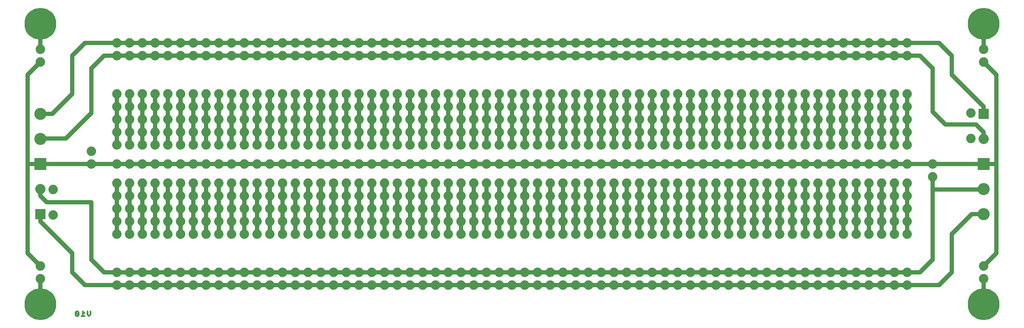
<source format=gbr>
G04 EAGLE Gerber RS-274X export*
G75*
%MOMM*%
%FSLAX34Y34*%
%LPD*%
%INBottom Copper*%
%IPPOS*%
%AMOC8*
5,1,8,0,0,1.08239X$1,22.5*%
G01*
%ADD10C,0.330200*%
%ADD11C,6.350000*%
%ADD12C,1.879600*%
%ADD13R,2.413000X2.413000*%
%ADD14C,2.413000*%
%ADD15R,2.032000X2.032000*%
%ADD16C,2.032000*%
%ADD17C,0.812800*%


D10*
X138049Y23757D02*
X138049Y17486D01*
X134914Y14351D01*
X131778Y17486D01*
X131778Y23757D01*
X126355Y20622D02*
X123220Y23757D01*
X123220Y14351D01*
X126355Y14351D02*
X120084Y14351D01*
X114661Y15919D02*
X114661Y22189D01*
X113093Y23757D01*
X109958Y23757D01*
X108390Y22189D01*
X108390Y15919D01*
X109958Y14351D01*
X113093Y14351D01*
X114661Y15919D01*
X108390Y22189D01*
D11*
X38100Y38100D03*
X38100Y596900D03*
X1917700Y38100D03*
X1917700Y596900D03*
D12*
X317500Y177800D03*
X317500Y203200D03*
X317500Y228600D03*
X317500Y254000D03*
X317500Y279400D03*
X190500Y177800D03*
X190500Y203200D03*
X190500Y228600D03*
X190500Y254000D03*
X190500Y279400D03*
X215900Y177800D03*
X215900Y203200D03*
X215900Y228600D03*
X215900Y254000D03*
X215900Y279400D03*
X241300Y177800D03*
X241300Y203200D03*
X241300Y228600D03*
X241300Y254000D03*
X241300Y279400D03*
X266700Y177800D03*
X266700Y203200D03*
X266700Y228600D03*
X266700Y254000D03*
X266700Y279400D03*
X292100Y177800D03*
X292100Y203200D03*
X292100Y228600D03*
X292100Y254000D03*
X292100Y279400D03*
X342900Y177800D03*
X342900Y203200D03*
X342900Y228600D03*
X342900Y254000D03*
X342900Y279400D03*
X368300Y177800D03*
X368300Y203200D03*
X368300Y228600D03*
X368300Y254000D03*
X368300Y279400D03*
X393700Y177800D03*
X393700Y203200D03*
X393700Y228600D03*
X393700Y254000D03*
X393700Y279400D03*
X419100Y177800D03*
X419100Y203200D03*
X419100Y228600D03*
X419100Y254000D03*
X419100Y279400D03*
X444500Y177800D03*
X444500Y203200D03*
X444500Y228600D03*
X444500Y254000D03*
X444500Y279400D03*
X469900Y177800D03*
X469900Y203200D03*
X469900Y228600D03*
X469900Y254000D03*
X469900Y279400D03*
X495300Y177800D03*
X495300Y203200D03*
X495300Y228600D03*
X495300Y254000D03*
X495300Y279400D03*
X520700Y177800D03*
X520700Y203200D03*
X520700Y228600D03*
X520700Y254000D03*
X520700Y279400D03*
X546100Y177800D03*
X546100Y203200D03*
X546100Y228600D03*
X546100Y254000D03*
X546100Y279400D03*
X571500Y177800D03*
X571500Y203200D03*
X571500Y228600D03*
X571500Y254000D03*
X571500Y279400D03*
X596900Y177800D03*
X596900Y203200D03*
X596900Y228600D03*
X596900Y254000D03*
X596900Y279400D03*
X622300Y177800D03*
X622300Y203200D03*
X622300Y228600D03*
X622300Y254000D03*
X622300Y279400D03*
X647700Y177800D03*
X647700Y203200D03*
X647700Y228600D03*
X647700Y254000D03*
X647700Y279400D03*
X673100Y177800D03*
X673100Y203200D03*
X673100Y228600D03*
X673100Y254000D03*
X673100Y279400D03*
X698500Y177800D03*
X698500Y203200D03*
X698500Y228600D03*
X698500Y254000D03*
X698500Y279400D03*
X723900Y177800D03*
X723900Y203200D03*
X723900Y228600D03*
X723900Y254000D03*
X723900Y279400D03*
X749300Y177800D03*
X749300Y203200D03*
X749300Y228600D03*
X749300Y254000D03*
X749300Y279400D03*
X774700Y177800D03*
X774700Y203200D03*
X774700Y228600D03*
X774700Y254000D03*
X774700Y279400D03*
X800100Y177800D03*
X800100Y203200D03*
X800100Y228600D03*
X800100Y254000D03*
X800100Y279400D03*
X825500Y177800D03*
X825500Y203200D03*
X825500Y228600D03*
X825500Y254000D03*
X825500Y279400D03*
X850900Y177800D03*
X850900Y203200D03*
X850900Y228600D03*
X850900Y254000D03*
X850900Y279400D03*
X876300Y177800D03*
X876300Y203200D03*
X876300Y228600D03*
X876300Y254000D03*
X876300Y279400D03*
X901700Y177800D03*
X901700Y203200D03*
X901700Y228600D03*
X901700Y254000D03*
X901700Y279400D03*
X927100Y177800D03*
X927100Y203200D03*
X927100Y228600D03*
X927100Y254000D03*
X927100Y279400D03*
X190500Y355600D03*
X190500Y381000D03*
X190500Y406400D03*
X190500Y431800D03*
X190500Y457200D03*
X215900Y355600D03*
X215900Y381000D03*
X215900Y406400D03*
X215900Y431800D03*
X215900Y457200D03*
X241300Y355600D03*
X241300Y381000D03*
X241300Y406400D03*
X241300Y431800D03*
X241300Y457200D03*
X266700Y355600D03*
X266700Y381000D03*
X266700Y406400D03*
X266700Y431800D03*
X266700Y457200D03*
X292100Y355600D03*
X292100Y381000D03*
X292100Y406400D03*
X292100Y431800D03*
X292100Y457200D03*
X317500Y355600D03*
X317500Y381000D03*
X317500Y406400D03*
X317500Y431800D03*
X317500Y457200D03*
X342900Y355600D03*
X342900Y381000D03*
X342900Y406400D03*
X342900Y431800D03*
X342900Y457200D03*
X368300Y355600D03*
X368300Y381000D03*
X368300Y406400D03*
X368300Y431800D03*
X368300Y457200D03*
X393700Y355600D03*
X393700Y381000D03*
X393700Y406400D03*
X393700Y431800D03*
X393700Y457200D03*
X419100Y355600D03*
X419100Y381000D03*
X419100Y406400D03*
X419100Y431800D03*
X419100Y457200D03*
X444500Y355600D03*
X444500Y381000D03*
X444500Y406400D03*
X444500Y431800D03*
X444500Y457200D03*
X495300Y355600D03*
X495300Y381000D03*
X495300Y406400D03*
X495300Y431800D03*
X495300Y457200D03*
X469900Y355600D03*
X469900Y381000D03*
X469900Y406400D03*
X469900Y431800D03*
X469900Y457200D03*
X520700Y355600D03*
X520700Y381000D03*
X520700Y406400D03*
X520700Y431800D03*
X520700Y457200D03*
X546100Y355600D03*
X546100Y381000D03*
X546100Y406400D03*
X546100Y431800D03*
X546100Y457200D03*
X571500Y355600D03*
X571500Y381000D03*
X571500Y406400D03*
X571500Y431800D03*
X571500Y457200D03*
X596900Y355600D03*
X596900Y381000D03*
X596900Y406400D03*
X596900Y431800D03*
X596900Y457200D03*
X622300Y355600D03*
X622300Y381000D03*
X622300Y406400D03*
X622300Y431800D03*
X622300Y457200D03*
X647700Y355600D03*
X647700Y381000D03*
X647700Y406400D03*
X647700Y431800D03*
X647700Y457200D03*
X673100Y355600D03*
X673100Y381000D03*
X673100Y406400D03*
X673100Y431800D03*
X673100Y457200D03*
X698500Y355600D03*
X698500Y381000D03*
X698500Y406400D03*
X698500Y431800D03*
X698500Y457200D03*
X723900Y355600D03*
X723900Y381000D03*
X723900Y406400D03*
X723900Y431800D03*
X723900Y457200D03*
X749300Y355600D03*
X749300Y381000D03*
X749300Y406400D03*
X749300Y431800D03*
X749300Y457200D03*
X774700Y355600D03*
X774700Y381000D03*
X774700Y406400D03*
X774700Y431800D03*
X774700Y457200D03*
X800100Y355600D03*
X800100Y381000D03*
X800100Y406400D03*
X800100Y431800D03*
X800100Y457200D03*
X825500Y355600D03*
X825500Y381000D03*
X825500Y406400D03*
X825500Y431800D03*
X825500Y457200D03*
X850900Y355600D03*
X850900Y381000D03*
X850900Y406400D03*
X850900Y431800D03*
X850900Y457200D03*
X876300Y355600D03*
X876300Y381000D03*
X876300Y406400D03*
X876300Y431800D03*
X876300Y457200D03*
X901700Y355600D03*
X901700Y381000D03*
X901700Y406400D03*
X901700Y431800D03*
X901700Y457200D03*
X927100Y355600D03*
X927100Y381000D03*
X927100Y406400D03*
X927100Y431800D03*
X927100Y457200D03*
X190500Y558800D03*
X215900Y558800D03*
X241300Y558800D03*
X266700Y558800D03*
X292100Y558800D03*
X317500Y558800D03*
X342900Y558800D03*
X368300Y558800D03*
X393700Y558800D03*
X419100Y558800D03*
X444500Y558800D03*
X469900Y558800D03*
X495300Y558800D03*
X520700Y558800D03*
X546100Y558800D03*
X571500Y558800D03*
X596900Y558800D03*
X622300Y558800D03*
X647700Y558800D03*
X673100Y558800D03*
X698500Y558800D03*
X723900Y558800D03*
X749300Y558800D03*
X774700Y558800D03*
X800100Y558800D03*
X825500Y558800D03*
X850900Y558800D03*
X876300Y558800D03*
X901700Y558800D03*
X190500Y533400D03*
X215900Y533400D03*
X241300Y533400D03*
X266700Y533400D03*
X292100Y533400D03*
X317500Y533400D03*
X342900Y533400D03*
X368300Y533400D03*
X393700Y533400D03*
X419100Y533400D03*
X444500Y533400D03*
X469900Y533400D03*
X495300Y533400D03*
X520700Y533400D03*
X546100Y533400D03*
X571500Y533400D03*
X596900Y533400D03*
X622300Y533400D03*
X647700Y533400D03*
X673100Y533400D03*
X698500Y533400D03*
X723900Y533400D03*
X749300Y533400D03*
X774700Y533400D03*
X800100Y533400D03*
X825500Y533400D03*
X850900Y533400D03*
X876300Y533400D03*
X901700Y533400D03*
X190500Y101600D03*
X215900Y101600D03*
X241300Y101600D03*
X266700Y101600D03*
X292100Y101600D03*
X317500Y101600D03*
X342900Y101600D03*
X368300Y101600D03*
X393700Y101600D03*
X419100Y101600D03*
X444500Y101600D03*
X469900Y101600D03*
X495300Y101600D03*
X520700Y101600D03*
X546100Y101600D03*
X571500Y101600D03*
X596900Y101600D03*
X622300Y101600D03*
X647700Y101600D03*
X673100Y101600D03*
X698500Y101600D03*
X723900Y101600D03*
X749300Y101600D03*
X774700Y101600D03*
X800100Y101600D03*
X825500Y101600D03*
X850900Y101600D03*
X876300Y101600D03*
X901700Y101600D03*
X190500Y76200D03*
X215900Y76200D03*
X241300Y76200D03*
X266700Y76200D03*
X292100Y76200D03*
X317500Y76200D03*
X342900Y76200D03*
X368300Y76200D03*
X393700Y76200D03*
X419100Y76200D03*
X444500Y76200D03*
X469900Y76200D03*
X495300Y76200D03*
X520700Y76200D03*
X546100Y76200D03*
X571500Y76200D03*
X596900Y76200D03*
X622300Y76200D03*
X647700Y76200D03*
X673100Y76200D03*
X698500Y76200D03*
X723900Y76200D03*
X749300Y76200D03*
X774700Y76200D03*
X800100Y76200D03*
X825500Y76200D03*
X850900Y76200D03*
X876300Y76200D03*
X901700Y76200D03*
X952500Y355600D03*
X952500Y381000D03*
X952500Y406400D03*
X952500Y431800D03*
X952500Y457200D03*
X1003300Y177800D03*
X1003300Y203200D03*
X1003300Y228600D03*
X1003300Y254000D03*
X1003300Y279400D03*
X1028700Y355600D03*
X1028700Y381000D03*
X1028700Y406400D03*
X1028700Y431800D03*
X1028700Y457200D03*
X977900Y355600D03*
X977900Y381000D03*
X977900Y406400D03*
X977900Y431800D03*
X977900Y457200D03*
X1028700Y177800D03*
X1028700Y203200D03*
X1028700Y228600D03*
X1028700Y254000D03*
X1028700Y279400D03*
X1181100Y177800D03*
X1181100Y203200D03*
X1181100Y228600D03*
X1181100Y254000D03*
X1181100Y279400D03*
X977900Y177800D03*
X977900Y203200D03*
X977900Y228600D03*
X977900Y254000D03*
X977900Y279400D03*
X1003300Y355600D03*
X1003300Y381000D03*
X1003300Y406400D03*
X1003300Y431800D03*
X1003300Y457200D03*
X1054100Y177800D03*
X1054100Y203200D03*
X1054100Y228600D03*
X1054100Y254000D03*
X1054100Y279400D03*
X1054100Y355600D03*
X1054100Y381000D03*
X1054100Y406400D03*
X1054100Y431800D03*
X1054100Y457200D03*
X1079500Y355600D03*
X1079500Y381000D03*
X1079500Y406400D03*
X1079500Y431800D03*
X1079500Y457200D03*
X952500Y177800D03*
X952500Y203200D03*
X952500Y228600D03*
X952500Y254000D03*
X952500Y279400D03*
X1079500Y177800D03*
X1079500Y203200D03*
X1079500Y228600D03*
X1079500Y254000D03*
X1079500Y279400D03*
X1155700Y355600D03*
X1155700Y381000D03*
X1155700Y406400D03*
X1155700Y431800D03*
X1155700Y457200D03*
X1130300Y355600D03*
X1130300Y381000D03*
X1130300Y406400D03*
X1130300Y431800D03*
X1130300Y457200D03*
X1104900Y355600D03*
X1104900Y381000D03*
X1104900Y406400D03*
X1104900Y431800D03*
X1104900Y457200D03*
X1104900Y177800D03*
X1104900Y203200D03*
X1104900Y228600D03*
X1104900Y254000D03*
X1104900Y279400D03*
X1181100Y355600D03*
X1181100Y381000D03*
X1181100Y406400D03*
X1181100Y431800D03*
X1181100Y457200D03*
X1206500Y355600D03*
X1206500Y381000D03*
X1206500Y406400D03*
X1206500Y431800D03*
X1206500Y457200D03*
X1231900Y355600D03*
X1231900Y381000D03*
X1231900Y406400D03*
X1231900Y431800D03*
X1231900Y457200D03*
X1130300Y177800D03*
X1130300Y203200D03*
X1130300Y228600D03*
X1130300Y254000D03*
X1130300Y279400D03*
X1257300Y355600D03*
X1257300Y381000D03*
X1257300Y406400D03*
X1257300Y431800D03*
X1257300Y457200D03*
X1308100Y355600D03*
X1308100Y381000D03*
X1308100Y406400D03*
X1308100Y431800D03*
X1308100Y457200D03*
X1282700Y355600D03*
X1282700Y381000D03*
X1282700Y406400D03*
X1282700Y431800D03*
X1282700Y457200D03*
X1155700Y177800D03*
X1155700Y203200D03*
X1155700Y228600D03*
X1155700Y254000D03*
X1155700Y279400D03*
X1257300Y177800D03*
X1257300Y203200D03*
X1257300Y228600D03*
X1257300Y254000D03*
X1257300Y279400D03*
X1231900Y177800D03*
X1231900Y203200D03*
X1231900Y228600D03*
X1231900Y254000D03*
X1231900Y279400D03*
X1206500Y177800D03*
X1206500Y203200D03*
X1206500Y228600D03*
X1206500Y254000D03*
X1206500Y279400D03*
X1333500Y355600D03*
X1333500Y381000D03*
X1333500Y406400D03*
X1333500Y431800D03*
X1333500Y457200D03*
X1358900Y355600D03*
X1358900Y381000D03*
X1358900Y406400D03*
X1358900Y431800D03*
X1358900Y457200D03*
X1384300Y355600D03*
X1384300Y381000D03*
X1384300Y406400D03*
X1384300Y431800D03*
X1384300Y457200D03*
X1409700Y355600D03*
X1409700Y381000D03*
X1409700Y406400D03*
X1409700Y431800D03*
X1409700Y457200D03*
X1511300Y355600D03*
X1511300Y381000D03*
X1511300Y406400D03*
X1511300Y431800D03*
X1511300Y457200D03*
X1485900Y355600D03*
X1485900Y381000D03*
X1485900Y406400D03*
X1485900Y431800D03*
X1485900Y457200D03*
X1460500Y355600D03*
X1460500Y381000D03*
X1460500Y406400D03*
X1460500Y431800D03*
X1460500Y457200D03*
X1435100Y355600D03*
X1435100Y381000D03*
X1435100Y406400D03*
X1435100Y431800D03*
X1435100Y457200D03*
X1282700Y177800D03*
X1282700Y203200D03*
X1282700Y228600D03*
X1282700Y254000D03*
X1282700Y279400D03*
X1308100Y177800D03*
X1308100Y203200D03*
X1308100Y228600D03*
X1308100Y254000D03*
X1308100Y279400D03*
X1333500Y177800D03*
X1333500Y203200D03*
X1333500Y228600D03*
X1333500Y254000D03*
X1333500Y279400D03*
X1358900Y177800D03*
X1358900Y203200D03*
X1358900Y228600D03*
X1358900Y254000D03*
X1358900Y279400D03*
X1536700Y355600D03*
X1536700Y381000D03*
X1536700Y406400D03*
X1536700Y431800D03*
X1536700Y457200D03*
X1562100Y355600D03*
X1562100Y381000D03*
X1562100Y406400D03*
X1562100Y431800D03*
X1562100Y457200D03*
X1587500Y355600D03*
X1587500Y381000D03*
X1587500Y406400D03*
X1587500Y431800D03*
X1587500Y457200D03*
X1612900Y355600D03*
X1612900Y381000D03*
X1612900Y406400D03*
X1612900Y431800D03*
X1612900Y457200D03*
X1384300Y177800D03*
X1384300Y203200D03*
X1384300Y228600D03*
X1384300Y254000D03*
X1384300Y279400D03*
X1409700Y177800D03*
X1409700Y203200D03*
X1409700Y228600D03*
X1409700Y254000D03*
X1409700Y279400D03*
X1435100Y177800D03*
X1435100Y203200D03*
X1435100Y228600D03*
X1435100Y254000D03*
X1435100Y279400D03*
X1485900Y177800D03*
X1485900Y203200D03*
X1485900Y228600D03*
X1485900Y254000D03*
X1485900Y279400D03*
X1536700Y177800D03*
X1536700Y203200D03*
X1536700Y228600D03*
X1536700Y254000D03*
X1536700Y279400D03*
X1587500Y177800D03*
X1587500Y203200D03*
X1587500Y228600D03*
X1587500Y254000D03*
X1587500Y279400D03*
X1612900Y177800D03*
X1612900Y203200D03*
X1612900Y228600D03*
X1612900Y254000D03*
X1612900Y279400D03*
X1460500Y177800D03*
X1460500Y203200D03*
X1460500Y228600D03*
X1460500Y254000D03*
X1460500Y279400D03*
X1511300Y177800D03*
X1511300Y203200D03*
X1511300Y228600D03*
X1511300Y254000D03*
X1511300Y279400D03*
X1562100Y177800D03*
X1562100Y203200D03*
X1562100Y228600D03*
X1562100Y254000D03*
X1562100Y279400D03*
X1638300Y177800D03*
X1638300Y203200D03*
X1638300Y228600D03*
X1638300Y254000D03*
X1638300Y279400D03*
X1638300Y355600D03*
X1638300Y381000D03*
X1638300Y406400D03*
X1638300Y431800D03*
X1638300Y457200D03*
X1689100Y355600D03*
X1689100Y381000D03*
X1689100Y406400D03*
X1689100Y431800D03*
X1689100Y457200D03*
X1689100Y177800D03*
X1689100Y203200D03*
X1689100Y228600D03*
X1689100Y254000D03*
X1689100Y279400D03*
X1663700Y355600D03*
X1663700Y381000D03*
X1663700Y406400D03*
X1663700Y431800D03*
X1663700Y457200D03*
X1663700Y177800D03*
X1663700Y203200D03*
X1663700Y228600D03*
X1663700Y254000D03*
X1663700Y279400D03*
X927100Y558800D03*
X952500Y558800D03*
X977900Y558800D03*
X1003300Y558800D03*
X1028700Y558800D03*
X1054100Y558800D03*
X1079500Y558800D03*
X1104900Y558800D03*
X1130300Y558800D03*
X1155700Y558800D03*
X1181100Y558800D03*
X1206500Y558800D03*
X1231900Y558800D03*
X1257300Y558800D03*
X1282700Y558800D03*
X1308100Y558800D03*
X1333500Y558800D03*
X1358900Y558800D03*
X1384300Y558800D03*
X1409700Y558800D03*
X1435100Y558800D03*
X1460500Y558800D03*
X1485900Y558800D03*
X1511300Y558800D03*
X1536700Y558800D03*
X1562100Y558800D03*
X1587500Y558800D03*
X1612900Y558800D03*
X1638300Y558800D03*
X927100Y533400D03*
X952500Y533400D03*
X977900Y533400D03*
X1003300Y533400D03*
X1028700Y533400D03*
X1054100Y533400D03*
X1079500Y533400D03*
X1104900Y533400D03*
X1130300Y533400D03*
X1155700Y533400D03*
X1181100Y533400D03*
X1206500Y533400D03*
X1231900Y533400D03*
X1257300Y533400D03*
X1282700Y533400D03*
X1308100Y533400D03*
X1333500Y533400D03*
X1358900Y533400D03*
X1384300Y533400D03*
X1409700Y533400D03*
X1435100Y533400D03*
X1460500Y533400D03*
X1485900Y533400D03*
X1511300Y533400D03*
X1536700Y533400D03*
X1562100Y533400D03*
X1587500Y533400D03*
X1612900Y533400D03*
X1638300Y533400D03*
X1663700Y533400D03*
X1689100Y533400D03*
X1714500Y533400D03*
X1739900Y533400D03*
X1765300Y533400D03*
X1663700Y558800D03*
X1689100Y558800D03*
X1714500Y558800D03*
X1739900Y558800D03*
X1765300Y558800D03*
X927100Y101600D03*
X952500Y101600D03*
X977900Y101600D03*
X1003300Y101600D03*
X1028700Y101600D03*
X1054100Y101600D03*
X1079500Y101600D03*
X1104900Y101600D03*
X1130300Y101600D03*
X1155700Y101600D03*
X1181100Y101600D03*
X1206500Y101600D03*
X1231900Y101600D03*
X1257300Y101600D03*
X1282700Y101600D03*
X1308100Y101600D03*
X1333500Y101600D03*
X1358900Y101600D03*
X1384300Y101600D03*
X1409700Y101600D03*
X1435100Y101600D03*
X1460500Y101600D03*
X1485900Y101600D03*
X1511300Y101600D03*
X1536700Y101600D03*
X1562100Y101600D03*
X1587500Y101600D03*
X1612900Y101600D03*
X1638300Y101600D03*
X927100Y76200D03*
X952500Y76200D03*
X977900Y76200D03*
X1003300Y76200D03*
X1028700Y76200D03*
X1054100Y76200D03*
X1079500Y76200D03*
X1104900Y76200D03*
X1130300Y76200D03*
X1155700Y76200D03*
X1181100Y76200D03*
X1206500Y76200D03*
X1231900Y76200D03*
X1257300Y76200D03*
X1282700Y76200D03*
X1308100Y76200D03*
X1333500Y76200D03*
X1358900Y76200D03*
X1384300Y76200D03*
X1409700Y76200D03*
X1435100Y76200D03*
X1460500Y76200D03*
X1485900Y76200D03*
X1511300Y76200D03*
X1536700Y76200D03*
X1562100Y76200D03*
X1587500Y76200D03*
X1612900Y76200D03*
X1638300Y76200D03*
X1663700Y76200D03*
X1689100Y76200D03*
X1714500Y76200D03*
X1739900Y76200D03*
X1765300Y76200D03*
X1663700Y101600D03*
X1689100Y101600D03*
X1714500Y101600D03*
X1739900Y101600D03*
X1765300Y101600D03*
X190500Y317500D03*
X215900Y317500D03*
X241300Y317500D03*
X266700Y317500D03*
X292100Y317500D03*
X317500Y317500D03*
X342900Y317500D03*
X368300Y317500D03*
X393700Y317500D03*
X419100Y317500D03*
X444500Y317500D03*
X469900Y317500D03*
X495300Y317500D03*
X520700Y317500D03*
X546100Y317500D03*
X571500Y317500D03*
X596900Y317500D03*
X622300Y317500D03*
X647700Y317500D03*
X673100Y317500D03*
X698500Y317500D03*
X723900Y317500D03*
X749300Y317500D03*
X774700Y317500D03*
X800100Y317500D03*
X825500Y317500D03*
X850900Y317500D03*
X876300Y317500D03*
X901700Y317500D03*
X927100Y317500D03*
X952500Y317500D03*
X977900Y317500D03*
X1003300Y317500D03*
X1028700Y317500D03*
X1054100Y317500D03*
X1079500Y317500D03*
X1104900Y317500D03*
X1130300Y317500D03*
X1155700Y317500D03*
X1181100Y317500D03*
X1206500Y317500D03*
X1231900Y317500D03*
X1257300Y317500D03*
X1282700Y317500D03*
X1308100Y317500D03*
X1333500Y317500D03*
X1358900Y317500D03*
X1384300Y317500D03*
X1409700Y317500D03*
X1435100Y317500D03*
X1460500Y317500D03*
X1485900Y317500D03*
X1511300Y317500D03*
X1536700Y317500D03*
X1562100Y317500D03*
X1587500Y317500D03*
X1612900Y317500D03*
X1638300Y317500D03*
X1663700Y317500D03*
X1689100Y317500D03*
X1714500Y317500D03*
X1739900Y317500D03*
X1765300Y317500D03*
X1714500Y355600D03*
X1714500Y381000D03*
X1714500Y406400D03*
X1714500Y431800D03*
X1714500Y457200D03*
X1739900Y355600D03*
X1739900Y381000D03*
X1739900Y406400D03*
X1739900Y431800D03*
X1739900Y457200D03*
X1765300Y355600D03*
X1765300Y381000D03*
X1765300Y406400D03*
X1765300Y431800D03*
X1765300Y457200D03*
X1714500Y177800D03*
X1714500Y203200D03*
X1714500Y228600D03*
X1714500Y254000D03*
X1714500Y279400D03*
X1739900Y177800D03*
X1739900Y203200D03*
X1739900Y228600D03*
X1739900Y254000D03*
X1739900Y279400D03*
X1765300Y177800D03*
X1765300Y203200D03*
X1765300Y228600D03*
X1765300Y254000D03*
X1765300Y279400D03*
D13*
X38100Y317500D03*
D14*
X38100Y367500D03*
X38100Y417500D03*
D13*
X1917700Y317500D03*
D14*
X1917700Y267500D03*
X1917700Y217500D03*
D15*
X1917700Y417500D03*
D16*
X1917700Y367500D03*
D15*
X38100Y217500D03*
D16*
X38100Y267500D03*
D12*
X38100Y520700D03*
X38100Y546100D03*
X38100Y114300D03*
X38100Y88900D03*
X1917700Y88900D03*
X1917700Y114300D03*
X1917700Y546100D03*
X1917700Y520700D03*
X139700Y342900D03*
X139700Y317500D03*
X1816100Y317500D03*
X1816100Y292100D03*
X63500Y215900D03*
X63500Y266700D03*
X1892300Y419100D03*
X1892300Y368300D03*
D17*
X317500Y203200D02*
X317500Y177800D01*
X317500Y203200D02*
X317500Y228600D01*
X317500Y254000D01*
X317500Y279400D01*
X190500Y279400D02*
X190500Y254000D01*
X190500Y228600D01*
X190500Y203200D01*
X190500Y177800D01*
X215900Y177800D02*
X215900Y203200D01*
X215900Y228600D01*
X215900Y254000D01*
X215900Y279400D01*
X241300Y279400D02*
X241300Y254000D01*
X241300Y228600D01*
X241300Y203200D01*
X241300Y177800D01*
X266700Y177800D02*
X266700Y203200D01*
X266700Y228600D01*
X266700Y254000D01*
X266700Y279400D01*
X292100Y279400D02*
X292100Y254000D01*
X292100Y228600D01*
X292100Y203200D01*
X292100Y177800D01*
X342900Y254000D02*
X342900Y279400D01*
X342900Y254000D02*
X342900Y228600D01*
X342900Y203200D01*
X342900Y177800D01*
X368300Y177800D02*
X368300Y203200D01*
X368300Y228600D01*
X368300Y254000D01*
X368300Y279400D01*
X393700Y279400D02*
X393700Y254000D01*
X393700Y228600D01*
X393700Y203200D01*
X393700Y177800D01*
X419100Y177800D02*
X419100Y203200D01*
X419100Y228600D01*
X419100Y254000D01*
X419100Y279400D01*
X444500Y279400D02*
X444500Y254000D01*
X444500Y228600D01*
X444500Y203200D01*
X444500Y177800D01*
X469900Y177800D02*
X469900Y203200D01*
X469900Y228600D01*
X469900Y254000D01*
X469900Y279400D01*
X495300Y203200D02*
X495300Y177800D01*
X495300Y203200D02*
X495300Y228600D01*
X495300Y254000D01*
X495300Y279400D01*
X520700Y279400D02*
X520700Y254000D01*
X520700Y228600D01*
X520700Y203200D01*
X520700Y177800D01*
X546100Y177800D02*
X546100Y203200D01*
X546100Y228600D01*
X546100Y254000D01*
X546100Y279400D01*
X571500Y279400D02*
X571500Y254000D01*
X571500Y228600D01*
X571500Y203200D01*
X571500Y177800D01*
X596900Y177800D02*
X596900Y203200D01*
X596900Y228600D01*
X596900Y254000D01*
X596900Y279400D01*
X622300Y279400D02*
X622300Y254000D01*
X622300Y228600D01*
X622300Y203200D01*
X622300Y177800D01*
X647700Y177800D02*
X647700Y203200D01*
X647700Y228600D01*
X647700Y254000D01*
X647700Y279400D01*
X673100Y279400D02*
X673100Y254000D01*
X673100Y228600D01*
X673100Y203200D01*
X673100Y177800D01*
X698500Y177800D02*
X698500Y203200D01*
X698500Y228600D01*
X698500Y254000D01*
X698500Y279400D01*
X723900Y279400D02*
X723900Y254000D01*
X723900Y228600D01*
X723900Y203200D01*
X723900Y177800D01*
X749300Y177800D02*
X749300Y203200D01*
X749300Y228600D01*
X749300Y254000D01*
X749300Y279400D01*
X774700Y279400D02*
X774700Y254000D01*
X774700Y228600D01*
X774700Y203200D01*
X774700Y177800D01*
X800100Y177800D02*
X800100Y203200D01*
X800100Y228600D01*
X800100Y254000D01*
X800100Y279400D01*
X825500Y279400D02*
X825500Y254000D01*
X825500Y228600D01*
X825500Y203200D01*
X825500Y177800D01*
X850900Y177800D02*
X850900Y203200D01*
X850900Y228600D01*
X850900Y254000D01*
X850900Y279400D01*
X876300Y279400D02*
X876300Y254000D01*
X876300Y228600D01*
X876300Y203200D01*
X876300Y177800D01*
X901700Y177800D02*
X901700Y203200D01*
X901700Y228600D01*
X901700Y254000D01*
X901700Y279400D01*
X927100Y279400D02*
X927100Y254000D01*
X927100Y228600D01*
X927100Y203200D01*
X927100Y177800D01*
X190500Y431800D02*
X190500Y457200D01*
X190500Y431800D02*
X190500Y406400D01*
X190500Y381000D01*
X190500Y355600D01*
X215900Y355600D02*
X215900Y381000D01*
X215900Y406400D01*
X215900Y431800D01*
X215900Y457200D01*
X241300Y457200D02*
X241300Y431800D01*
X241300Y406400D01*
X241300Y381000D01*
X241300Y355600D01*
X266700Y355600D02*
X266700Y381000D01*
X266700Y406400D01*
X266700Y431800D01*
X266700Y457200D01*
X292100Y457200D02*
X292100Y431800D01*
X292100Y406400D01*
X292100Y381000D01*
X292100Y355600D01*
X317500Y355600D02*
X317500Y381000D01*
X317500Y406400D01*
X317500Y431800D01*
X317500Y457200D01*
X342900Y457200D02*
X342900Y431800D01*
X342900Y406400D01*
X342900Y381000D01*
X342900Y355600D01*
X368300Y355600D02*
X368300Y381000D01*
X368300Y406400D01*
X368300Y431800D01*
X368300Y457200D01*
X393700Y457200D02*
X393700Y431800D01*
X393700Y406400D01*
X393700Y381000D01*
X393700Y355600D01*
X419100Y355600D02*
X419100Y381000D01*
X419100Y406400D01*
X419100Y431800D01*
X419100Y457200D01*
X444500Y457200D02*
X444500Y431800D01*
X444500Y406400D01*
X444500Y381000D01*
X444500Y355600D01*
X495300Y431800D02*
X495300Y457200D01*
X495300Y431800D02*
X495300Y406400D01*
X495300Y381000D01*
X495300Y355600D01*
X469900Y355600D02*
X469900Y381000D01*
X469900Y406400D01*
X469900Y431800D01*
X469900Y457200D01*
X520700Y381000D02*
X520700Y355600D01*
X520700Y381000D02*
X520700Y406400D01*
X520700Y431800D01*
X520700Y457200D01*
X546100Y457200D02*
X546100Y431800D01*
X546100Y406400D01*
X546100Y381000D01*
X546100Y355600D01*
X571500Y355600D02*
X571500Y381000D01*
X571500Y406400D01*
X571500Y431800D01*
X571500Y457200D01*
X596900Y457200D02*
X596900Y431800D01*
X596900Y406400D01*
X596900Y381000D01*
X596900Y355600D01*
X622300Y355600D02*
X622300Y381000D01*
X622300Y406400D01*
X622300Y431800D01*
X622300Y457200D01*
X647700Y457200D02*
X647700Y431800D01*
X647700Y406400D01*
X647700Y381000D01*
X647700Y355600D01*
X673100Y431800D02*
X673100Y457200D01*
X673100Y431800D02*
X673100Y406400D01*
X673100Y381000D01*
X673100Y355600D01*
X698500Y355600D02*
X698500Y381000D01*
X698500Y406400D01*
X698500Y431800D01*
X698500Y457200D01*
X723900Y457200D02*
X723900Y431800D01*
X723900Y406400D01*
X723900Y381000D01*
X723900Y355600D01*
X749300Y355600D02*
X749300Y381000D01*
X749300Y406400D01*
X749300Y431800D01*
X749300Y457200D01*
X774700Y457200D02*
X774700Y431800D01*
X774700Y406400D01*
X774700Y381000D01*
X774700Y355600D01*
X800100Y355600D02*
X800100Y381000D01*
X800100Y406400D01*
X800100Y431800D01*
X800100Y457200D01*
X825500Y457200D02*
X825500Y431800D01*
X825500Y406400D01*
X825500Y381000D01*
X825500Y355600D01*
X850900Y355600D02*
X850900Y381000D01*
X850900Y406400D01*
X850900Y431800D01*
X850900Y457200D01*
X876300Y457200D02*
X876300Y431800D01*
X876300Y406400D01*
X876300Y381000D01*
X876300Y355600D01*
X901700Y355600D02*
X901700Y381000D01*
X901700Y406400D01*
X901700Y431800D01*
X901700Y457200D01*
X927100Y457200D02*
X927100Y431800D01*
X927100Y406400D01*
X927100Y381000D01*
X927100Y355600D01*
X215900Y558800D02*
X190500Y558800D01*
X215900Y558800D02*
X241300Y558800D01*
X266700Y558800D01*
X292100Y558800D01*
X317500Y558800D01*
X342900Y558800D01*
X368300Y558800D01*
X393700Y558800D01*
X419100Y558800D01*
X444500Y558800D01*
X469900Y558800D01*
X495300Y558800D01*
X520700Y558800D01*
X546100Y558800D01*
X571500Y558800D01*
X596900Y558800D01*
X622300Y558800D01*
X647700Y558800D01*
X673100Y558800D01*
X698500Y558800D01*
X723900Y558800D01*
X749300Y558800D01*
X774700Y558800D01*
X800100Y558800D01*
X825500Y558800D01*
X850900Y558800D01*
X876300Y558800D01*
X901700Y558800D01*
X927100Y558800D01*
X952500Y558800D01*
X977900Y558800D01*
X1003300Y558800D01*
X1028700Y558800D01*
X1054100Y558800D01*
X1079500Y558800D01*
X1104900Y558800D01*
X1130300Y558800D01*
X1155700Y558800D01*
X1181100Y558800D01*
X1206500Y558800D01*
X1231900Y558800D01*
X1257300Y558800D01*
X1282700Y558800D01*
X1308100Y558800D01*
X1333500Y558800D01*
X1358900Y558800D01*
X1384300Y558800D01*
X1409700Y558800D01*
X1435100Y558800D01*
X1460500Y558800D01*
X1485900Y558800D01*
X1511300Y558800D01*
X1536700Y558800D01*
X1562100Y558800D01*
X1587500Y558800D01*
X1612900Y558800D01*
X1638300Y558800D01*
X1663700Y558800D01*
X1739900Y558800D02*
X1765300Y558800D01*
X1739900Y558800D02*
X1714500Y558800D01*
X1689100Y558800D01*
X1663700Y558800D01*
X190500Y558800D02*
X127000Y558800D01*
X101600Y533400D01*
X101600Y457200D01*
X61900Y417500D01*
X38100Y417500D01*
X1765300Y558800D02*
X1828800Y558800D01*
X1854200Y533400D01*
X1854200Y495300D01*
X1917700Y431800D01*
X1917700Y417500D01*
X901700Y533400D02*
X876300Y533400D01*
X850900Y533400D01*
X825500Y533400D01*
X800100Y533400D01*
X774700Y533400D01*
X749300Y533400D01*
X723900Y533400D01*
X698500Y533400D01*
X673100Y533400D01*
X647700Y533400D01*
X622300Y533400D01*
X596900Y533400D01*
X571500Y533400D01*
X546100Y533400D01*
X520700Y533400D01*
X215900Y533400D02*
X190500Y533400D01*
X215900Y533400D02*
X241300Y533400D01*
X266700Y533400D01*
X292100Y533400D01*
X317500Y533400D01*
X342900Y533400D01*
X368300Y533400D01*
X393700Y533400D01*
X419100Y533400D01*
X444500Y533400D01*
X469900Y533400D01*
X495300Y533400D01*
X520700Y533400D01*
X901700Y533400D02*
X927100Y533400D01*
X952500Y533400D01*
X977900Y533400D01*
X1003300Y533400D01*
X1028700Y533400D01*
X1054100Y533400D01*
X1079500Y533400D01*
X1104900Y533400D01*
X1130300Y533400D01*
X1155700Y533400D01*
X1181100Y533400D01*
X1206500Y533400D01*
X1739900Y533400D02*
X1765300Y533400D01*
X1739900Y533400D02*
X1714500Y533400D01*
X1689100Y533400D01*
X1663700Y533400D01*
X1638300Y533400D01*
X1612900Y533400D01*
X1587500Y533400D01*
X1562100Y533400D01*
X1536700Y533400D01*
X1511300Y533400D01*
X1485900Y533400D01*
X1231900Y533400D02*
X1206500Y533400D01*
X1231900Y533400D02*
X1257300Y533400D01*
X1282700Y533400D01*
X1308100Y533400D01*
X1333500Y533400D01*
X1358900Y533400D01*
X1384300Y533400D01*
X1409700Y533400D01*
X1435100Y533400D01*
X1460500Y533400D01*
X1485900Y533400D01*
X38900Y368300D02*
X38100Y367500D01*
X38900Y368300D02*
X88900Y368300D01*
X139700Y419100D01*
X139700Y508000D01*
X165100Y533400D01*
X190500Y533400D01*
X1790700Y533400D02*
X1816100Y508000D01*
X1790700Y533400D02*
X1765300Y533400D01*
X1917700Y381000D02*
X1917700Y367500D01*
X1917700Y381000D02*
X1902460Y396240D01*
X1841500Y396240D01*
X1816100Y421640D01*
X1816100Y508000D01*
X215900Y101600D02*
X190500Y101600D01*
X215900Y101600D02*
X241300Y101600D01*
X266700Y101600D01*
X292100Y101600D01*
X317500Y101600D01*
X342900Y101600D01*
X368300Y101600D01*
X393700Y101600D01*
X419100Y101600D01*
X444500Y101600D01*
X469900Y101600D01*
X495300Y101600D01*
X520700Y101600D01*
X546100Y101600D01*
X571500Y101600D01*
X596900Y101600D01*
X876300Y101600D02*
X901700Y101600D01*
X876300Y101600D02*
X850900Y101600D01*
X825500Y101600D01*
X800100Y101600D01*
X774700Y101600D01*
X749300Y101600D01*
X723900Y101600D01*
X698500Y101600D01*
X673100Y101600D01*
X647700Y101600D01*
X622300Y101600D01*
X596900Y101600D01*
X1739900Y101600D02*
X1765300Y101600D01*
X1739900Y101600D02*
X1714500Y101600D01*
X1689100Y101600D01*
X1663700Y101600D01*
X1638300Y101600D01*
X1612900Y101600D01*
X1587500Y101600D01*
X1562100Y101600D01*
X1536700Y101600D01*
X1511300Y101600D01*
X1485900Y101600D01*
X1460500Y101600D01*
X1435100Y101600D01*
X1409700Y101600D01*
X1384300Y101600D01*
X1358900Y101600D01*
X1333500Y101600D01*
X1308100Y101600D01*
X927100Y101600D02*
X901700Y101600D01*
X927100Y101600D02*
X952500Y101600D01*
X977900Y101600D01*
X1003300Y101600D01*
X1028700Y101600D01*
X1054100Y101600D01*
X1079500Y101600D01*
X1104900Y101600D01*
X1130300Y101600D01*
X1155700Y101600D01*
X1181100Y101600D01*
X1206500Y101600D01*
X1231900Y101600D01*
X1257300Y101600D01*
X1282700Y101600D01*
X1308100Y101600D01*
X165100Y101600D02*
X139700Y127000D01*
X165100Y101600D02*
X190500Y101600D01*
X1765300Y101600D02*
X1790700Y101600D01*
X1816100Y127000D01*
X1816100Y266700D01*
X38100Y267500D02*
X38100Y254000D01*
X50800Y241300D01*
X139700Y241300D01*
X139700Y127000D01*
X1916900Y266700D02*
X1917700Y267500D01*
X1916900Y266700D02*
X1816100Y266700D01*
X1816100Y292100D01*
X215900Y76200D02*
X190500Y76200D01*
X215900Y76200D02*
X241300Y76200D01*
X266700Y76200D01*
X292100Y76200D01*
X317500Y76200D01*
X342900Y76200D01*
X368300Y76200D01*
X393700Y76200D01*
X419100Y76200D01*
X444500Y76200D01*
X469900Y76200D01*
X495300Y76200D01*
X520700Y76200D01*
X546100Y76200D01*
X571500Y76200D01*
X596900Y76200D01*
X622300Y76200D01*
X647700Y76200D01*
X673100Y76200D01*
X698500Y76200D01*
X723900Y76200D01*
X749300Y76200D01*
X774700Y76200D01*
X800100Y76200D01*
X825500Y76200D01*
X850900Y76200D01*
X876300Y76200D01*
X901700Y76200D01*
X927100Y76200D01*
X952500Y76200D01*
X977900Y76200D01*
X1003300Y76200D01*
X1028700Y76200D01*
X1054100Y76200D01*
X1079500Y76200D01*
X1104900Y76200D01*
X1130300Y76200D01*
X1155700Y76200D01*
X1181100Y76200D01*
X1206500Y76200D01*
X1231900Y76200D01*
X1257300Y76200D01*
X1282700Y76200D01*
X1308100Y76200D01*
X1333500Y76200D01*
X1358900Y76200D01*
X1384300Y76200D01*
X1409700Y76200D01*
X1435100Y76200D01*
X1460500Y76200D01*
X1485900Y76200D01*
X1511300Y76200D01*
X1536700Y76200D01*
X1562100Y76200D01*
X1587500Y76200D01*
X1612900Y76200D01*
X1638300Y76200D01*
X1663700Y76200D01*
X1689100Y76200D01*
X1714500Y76200D01*
X1739900Y76200D01*
X1765300Y76200D01*
X190500Y76200D02*
X127000Y76200D01*
X101600Y101600D01*
X1765300Y76200D02*
X1828800Y76200D01*
X1854200Y101600D01*
X1854200Y177800D01*
X1893900Y217500D01*
X1917700Y217500D01*
X38100Y217500D02*
X38100Y203200D01*
X101600Y139700D01*
X101600Y101600D01*
X1917700Y88900D02*
X1917700Y38100D01*
X1917700Y546100D02*
X1917700Y596900D01*
X952500Y457200D02*
X952500Y431800D01*
X952500Y406400D01*
X952500Y381000D01*
X952500Y355600D01*
X1003300Y279400D02*
X1003300Y254000D01*
X1003300Y228600D01*
X1003300Y203200D01*
X1003300Y177800D01*
X1028700Y355600D02*
X1028700Y381000D01*
X1028700Y406400D01*
X1028700Y431800D01*
X1028700Y457200D01*
X977900Y381000D02*
X977900Y355600D01*
X977900Y381000D02*
X977900Y406400D01*
X977900Y431800D01*
X977900Y457200D01*
X1028700Y203200D02*
X1028700Y177800D01*
X1028700Y203200D02*
X1028700Y228600D01*
X1028700Y254000D01*
X1028700Y279400D01*
X1181100Y203200D02*
X1181100Y177800D01*
X1181100Y203200D02*
X1181100Y228600D01*
X1181100Y254000D01*
X1181100Y279400D01*
X977900Y203200D02*
X977900Y177800D01*
X977900Y203200D02*
X977900Y228600D01*
X977900Y254000D01*
X977900Y279400D01*
X1003300Y431800D02*
X1003300Y457200D01*
X1003300Y431800D02*
X1003300Y406400D01*
X1003300Y381000D01*
X1003300Y355600D01*
X1054100Y279400D02*
X1054100Y254000D01*
X1054100Y228600D01*
X1054100Y203200D01*
X1054100Y177800D01*
X1054100Y355600D02*
X1054100Y381000D01*
X1054100Y406400D01*
X1054100Y431800D01*
X1054100Y457200D01*
X1079500Y457200D02*
X1079500Y431800D01*
X1079500Y406400D01*
X1079500Y381000D01*
X1079500Y355600D01*
X952500Y203200D02*
X952500Y177800D01*
X952500Y203200D02*
X952500Y228600D01*
X952500Y254000D01*
X952500Y279400D01*
X1079500Y203200D02*
X1079500Y177800D01*
X1079500Y203200D02*
X1079500Y228600D01*
X1079500Y254000D01*
X1079500Y279400D01*
X1155700Y355600D02*
X1155700Y381000D01*
X1155700Y406400D01*
X1155700Y431800D01*
X1155700Y457200D01*
X1130300Y457200D02*
X1130300Y431800D01*
X1130300Y406400D01*
X1130300Y381000D01*
X1130300Y355600D01*
X1104900Y355600D02*
X1104900Y381000D01*
X1104900Y406400D01*
X1104900Y431800D01*
X1104900Y457200D01*
X1104900Y279400D02*
X1104900Y254000D01*
X1104900Y228600D01*
X1104900Y203200D01*
X1104900Y177800D01*
X1181100Y431800D02*
X1181100Y457200D01*
X1181100Y431800D02*
X1181100Y406400D01*
X1181100Y381000D01*
X1181100Y355600D01*
X1206500Y355600D02*
X1206500Y381000D01*
X1206500Y406400D01*
X1206500Y431800D01*
X1206500Y457200D01*
X1231900Y457200D02*
X1231900Y431800D01*
X1231900Y406400D01*
X1231900Y381000D01*
X1231900Y355600D01*
X1130300Y203200D02*
X1130300Y177800D01*
X1130300Y203200D02*
X1130300Y228600D01*
X1130300Y254000D01*
X1130300Y279400D01*
X1257300Y355600D02*
X1257300Y381000D01*
X1257300Y406400D01*
X1257300Y431800D01*
X1257300Y457200D01*
X1308100Y381000D02*
X1308100Y355600D01*
X1308100Y381000D02*
X1308100Y406400D01*
X1308100Y431800D01*
X1308100Y457200D01*
X1282700Y457200D02*
X1282700Y431800D01*
X1282700Y406400D01*
X1282700Y381000D01*
X1282700Y355600D01*
X1155700Y279400D02*
X1155700Y254000D01*
X1155700Y228600D01*
X1155700Y203200D01*
X1155700Y177800D01*
X1257300Y254000D02*
X1257300Y279400D01*
X1257300Y254000D02*
X1257300Y228600D01*
X1257300Y203200D01*
X1257300Y177800D01*
X1231900Y177800D02*
X1231900Y203200D01*
X1231900Y228600D01*
X1231900Y254000D01*
X1231900Y279400D01*
X1206500Y279400D02*
X1206500Y254000D01*
X1206500Y228600D01*
X1206500Y203200D01*
X1206500Y177800D01*
X1333500Y431800D02*
X1333500Y457200D01*
X1333500Y431800D02*
X1333500Y406400D01*
X1333500Y381000D01*
X1333500Y355600D01*
X1358900Y355600D02*
X1358900Y381000D01*
X1358900Y406400D01*
X1358900Y431800D01*
X1358900Y457200D01*
X1384300Y457200D02*
X1384300Y431800D01*
X1384300Y406400D01*
X1384300Y381000D01*
X1384300Y355600D01*
X1409700Y355600D02*
X1409700Y381000D01*
X1409700Y406400D01*
X1409700Y431800D01*
X1409700Y457200D01*
X1511300Y381000D02*
X1511300Y355600D01*
X1511300Y381000D02*
X1511300Y406400D01*
X1511300Y431800D01*
X1511300Y457200D01*
X1485900Y457200D02*
X1485900Y431800D01*
X1485900Y406400D01*
X1485900Y381000D01*
X1485900Y355600D01*
X1460500Y355600D02*
X1460500Y381000D01*
X1460500Y406400D01*
X1460500Y431800D01*
X1460500Y457200D01*
X1435100Y457200D02*
X1435100Y431800D01*
X1435100Y406400D01*
X1435100Y381000D01*
X1435100Y355600D01*
X1282700Y203200D02*
X1282700Y177800D01*
X1282700Y203200D02*
X1282700Y228600D01*
X1282700Y254000D01*
X1282700Y279400D01*
X1308100Y279400D02*
X1308100Y254000D01*
X1308100Y228600D01*
X1308100Y203200D01*
X1308100Y177800D01*
X1333500Y177800D02*
X1333500Y203200D01*
X1333500Y228600D01*
X1333500Y254000D01*
X1333500Y279400D01*
X1358900Y279400D02*
X1358900Y254000D01*
X1358900Y228600D01*
X1358900Y203200D01*
X1358900Y177800D01*
X1536700Y431800D02*
X1536700Y457200D01*
X1536700Y431800D02*
X1536700Y406400D01*
X1536700Y381000D01*
X1536700Y355600D01*
X1562100Y355600D02*
X1562100Y381000D01*
X1562100Y406400D01*
X1562100Y431800D01*
X1562100Y457200D01*
X1587500Y457200D02*
X1587500Y431800D01*
X1587500Y406400D01*
X1587500Y381000D01*
X1587500Y355600D01*
X1612900Y355600D02*
X1612900Y381000D01*
X1612900Y406400D01*
X1612900Y431800D01*
X1612900Y457200D01*
X1384300Y203200D02*
X1384300Y177800D01*
X1384300Y203200D02*
X1384300Y228600D01*
X1384300Y254000D01*
X1384300Y279400D01*
X1409700Y279400D02*
X1409700Y254000D01*
X1409700Y228600D01*
X1409700Y203200D01*
X1409700Y177800D01*
X1435100Y177800D02*
X1435100Y203200D01*
X1435100Y228600D01*
X1435100Y254000D01*
X1435100Y279400D01*
X1485900Y203200D02*
X1485900Y177800D01*
X1485900Y203200D02*
X1485900Y228600D01*
X1485900Y254000D01*
X1485900Y279400D01*
X1536700Y279400D02*
X1536700Y254000D01*
X1536700Y228600D01*
X1536700Y203200D01*
X1536700Y177800D01*
X1587500Y254000D02*
X1587500Y279400D01*
X1587500Y254000D02*
X1587500Y228600D01*
X1587500Y203200D01*
X1587500Y177800D01*
X1612900Y177800D02*
X1612900Y203200D01*
X1612900Y228600D01*
X1612900Y254000D01*
X1612900Y279400D01*
X1460500Y279400D02*
X1460500Y254000D01*
X1460500Y228600D01*
X1460500Y203200D01*
X1460500Y177800D01*
X1511300Y254000D02*
X1511300Y279400D01*
X1511300Y254000D02*
X1511300Y228600D01*
X1511300Y203200D01*
X1511300Y177800D01*
X1562100Y177800D02*
X1562100Y203200D01*
X1562100Y228600D01*
X1562100Y254000D01*
X1562100Y279400D01*
X1638300Y279400D02*
X1638300Y254000D01*
X1638300Y228600D01*
X1638300Y203200D01*
X1638300Y177800D01*
X1638300Y431800D02*
X1638300Y457200D01*
X1638300Y431800D02*
X1638300Y406400D01*
X1638300Y381000D01*
X1638300Y355600D01*
X1689100Y431800D02*
X1689100Y457200D01*
X1689100Y431800D02*
X1689100Y406400D01*
X1689100Y381000D01*
X1689100Y355600D01*
X1689100Y279400D02*
X1689100Y254000D01*
X1689100Y228600D01*
X1689100Y203200D01*
X1689100Y177800D01*
X1663700Y355600D02*
X1663700Y381000D01*
X1663700Y406400D01*
X1663700Y431800D01*
X1663700Y457200D01*
X1663700Y203200D02*
X1663700Y177800D01*
X1663700Y203200D02*
X1663700Y228600D01*
X1663700Y254000D01*
X1663700Y279400D01*
X215900Y317500D02*
X190500Y317500D01*
X215900Y317500D02*
X241300Y317500D01*
X266700Y317500D01*
X292100Y317500D01*
X317500Y317500D01*
X342900Y317500D01*
X368300Y317500D01*
X393700Y317500D01*
X419100Y317500D01*
X444500Y317500D01*
X469900Y317500D01*
X495300Y317500D01*
X520700Y317500D01*
X546100Y317500D01*
X571500Y317500D01*
X596900Y317500D01*
X622300Y317500D01*
X647700Y317500D01*
X673100Y317500D01*
X698500Y317500D01*
X723900Y317500D01*
X749300Y317500D01*
X774700Y317500D01*
X800100Y317500D01*
X825500Y317500D01*
X850900Y317500D01*
X876300Y317500D01*
X901700Y317500D01*
X927100Y317500D01*
X952500Y317500D01*
X977900Y317500D01*
X1003300Y317500D01*
X1028700Y317500D01*
X1054100Y317500D01*
X1079500Y317500D01*
X1104900Y317500D01*
X1130300Y317500D01*
X1155700Y317500D01*
X1181100Y317500D01*
X1206500Y317500D01*
X1231900Y317500D01*
X1257300Y317500D01*
X1282700Y317500D01*
X1308100Y317500D01*
X1333500Y317500D01*
X1358900Y317500D01*
X1384300Y317500D01*
X1409700Y317500D02*
X1435100Y317500D01*
X1409700Y317500D02*
X1384300Y317500D01*
X1435100Y317500D02*
X1460500Y317500D01*
X1485900Y317500D01*
X1511300Y317500D01*
X1536700Y317500D01*
X1562100Y317500D01*
X1587500Y317500D01*
X1612900Y317500D01*
X1638300Y317500D01*
X1663700Y317500D01*
X1689100Y317500D01*
X1714500Y317500D01*
X1739900Y317500D01*
X1765300Y317500D01*
X139700Y317500D02*
X38100Y317500D01*
X12700Y317500D02*
X12700Y139700D01*
X12700Y317500D02*
X12700Y495300D01*
X12700Y317500D02*
X38100Y317500D01*
X1943100Y317500D02*
X1943100Y139700D01*
X1943100Y317500D02*
X1943100Y495300D01*
X1943100Y317500D02*
X1917700Y317500D01*
X1803400Y317500D02*
X1765300Y317500D01*
X1816100Y317500D02*
X1917700Y317500D01*
X1943100Y139700D02*
X1917700Y114300D01*
X1943100Y495300D02*
X1917700Y520700D01*
X38100Y520700D02*
X12700Y495300D01*
X12700Y139700D02*
X38100Y114300D01*
X139700Y317500D02*
X190500Y317500D01*
X1803400Y317500D02*
X1816100Y317500D01*
X1714500Y355600D02*
X1714500Y381000D01*
X1714500Y406400D01*
X1714500Y431800D01*
X1714500Y457200D01*
X1739900Y457200D02*
X1739900Y431800D01*
X1739900Y406400D01*
X1739900Y381000D01*
X1739900Y355600D01*
X1765300Y355600D02*
X1765300Y381000D01*
X1765300Y406400D01*
X1765300Y431800D01*
X1765300Y457200D01*
X1714500Y203200D02*
X1714500Y177800D01*
X1714500Y203200D02*
X1714500Y228600D01*
X1714500Y254000D01*
X1714500Y279400D01*
X1739900Y279400D02*
X1739900Y254000D01*
X1739900Y228600D01*
X1739900Y203200D01*
X1739900Y177800D01*
X1765300Y177800D02*
X1765300Y203200D01*
X1765300Y228600D01*
X1765300Y254000D01*
X1765300Y279400D01*
X38100Y88900D02*
X38100Y38100D01*
X38100Y546100D02*
X38100Y596900D01*
M02*

</source>
